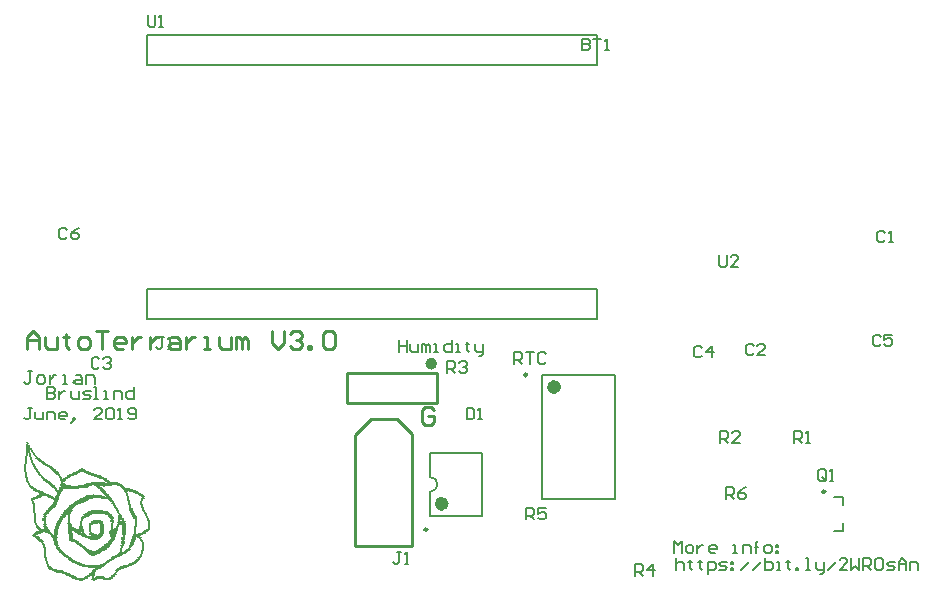
<source format=gto>
G04 Layer_Color=15132400*
%FSLAX24Y24*%
%MOIN*%
G70*
G01*
G75*
%ADD17C,0.0059*%
%ADD33C,0.0200*%
%ADD34C,0.0079*%
%ADD35C,0.0098*%
%ADD36C,0.0236*%
%ADD37C,0.0100*%
%ADD38C,0.0080*%
%ADD39R,0.0059X0.0020*%
%ADD40R,0.0079X0.0020*%
%ADD41R,0.0098X0.0020*%
%ADD42R,0.0118X0.0020*%
%ADD43R,0.0138X0.0020*%
%ADD44R,0.0138X0.0020*%
%ADD45R,0.0158X0.0020*%
%ADD46R,0.0177X0.0020*%
%ADD47R,0.0197X0.0020*%
%ADD48R,0.0059X0.0020*%
%ADD49R,0.0059X0.0020*%
%ADD50R,0.0079X0.0020*%
%ADD51R,0.0079X0.0020*%
%ADD52R,0.0079X0.0020*%
%ADD53R,0.0059X0.0020*%
%ADD54R,0.0099X0.0020*%
%ADD55R,0.0157X0.0020*%
%ADD56R,0.0157X0.0020*%
%ADD57R,0.0158X0.0020*%
%ADD58R,0.0197X0.0020*%
%ADD59R,0.0276X0.0020*%
%ADD60R,0.0118X0.0020*%
%ADD61R,0.0098X0.0020*%
%ADD62R,0.0354X0.0020*%
%ADD63R,0.0177X0.0020*%
%ADD64R,0.0217X0.0020*%
%ADD65R,0.0236X0.0020*%
%ADD66R,0.0236X0.0020*%
%ADD67R,0.0177X0.0020*%
%ADD68R,0.0118X0.0020*%
%ADD69R,0.0256X0.0020*%
%ADD70R,0.0197X0.0020*%
%ADD71R,0.0118X0.0020*%
%ADD72R,0.0099X0.0020*%
%ADD73R,0.0492X0.0020*%
%ADD74R,0.1102X0.0020*%
%ADD75R,0.1201X0.0020*%
%ADD76R,0.1299X0.0020*%
%ADD77R,0.0610X0.0020*%
%ADD78R,0.0335X0.0020*%
%ADD79R,0.0236X0.0020*%
%ADD80R,0.0472X0.0020*%
%ADD81R,0.0413X0.0020*%
%ADD82R,0.0315X0.0020*%
%ADD83R,0.0846X0.0020*%
%ADD84R,0.0925X0.0020*%
%ADD85R,0.0846X0.0020*%
%ADD86R,0.0650X0.0020*%
%ADD87R,0.0315X0.0020*%
%ADD88R,0.0354X0.0020*%
%ADD89R,0.0177X0.0020*%
%ADD90R,0.0394X0.0020*%
%ADD91R,0.0217X0.0020*%
%ADD92R,0.0138X0.0020*%
%ADD93R,0.0217X0.0020*%
%ADD94R,0.0020X0.0020*%
%ADD95R,0.0374X0.0020*%
%ADD96R,0.0551X0.0020*%
%ADD97R,0.0473X0.0020*%
%ADD98R,0.0669X0.0020*%
%ADD99R,0.0905X0.0020*%
%ADD100R,0.0965X0.0020*%
%ADD101R,0.0315X0.0020*%
%ADD102R,0.0394X0.0020*%
%ADD103R,0.0256X0.0020*%
%ADD104R,0.0354X0.0020*%
%ADD105R,0.0335X0.0020*%
%ADD106R,0.0217X0.0020*%
%ADD107R,0.0236X0.0020*%
%ADD108R,0.0433X0.0020*%
%ADD109R,0.0276X0.0020*%
%ADD110R,0.0728X0.0020*%
%ADD111R,0.0276X0.0020*%
%ADD112R,0.0807X0.0020*%
%ADD113R,0.0295X0.0020*%
%ADD114R,0.0433X0.0020*%
%ADD115R,0.0512X0.0020*%
%ADD116R,0.0492X0.0020*%
%ADD117R,0.0354X0.0020*%
%ADD118R,0.0335X0.0020*%
%ADD119R,0.0453X0.0020*%
%ADD120R,0.0591X0.0020*%
%ADD121R,0.0532X0.0020*%
%ADD122R,0.0197X0.0020*%
%ADD123R,0.0453X0.0020*%
%ADD124R,0.0295X0.0020*%
%ADD125R,0.0610X0.0020*%
%ADD126R,0.0256X0.0020*%
%ADD127R,0.0256X0.0020*%
D17*
X35531Y22539D02*
Y22933D01*
X35728D01*
X35794Y22867D01*
Y22736D01*
X35728Y22671D01*
X35531D01*
X35663D02*
X35794Y22539D01*
X36187Y22933D02*
X36056Y22867D01*
X35925Y22736D01*
Y22605D01*
X35991Y22539D01*
X36122D01*
X36187Y22605D01*
Y22671D01*
X36122Y22736D01*
X35925D01*
X37795Y24409D02*
Y24803D01*
X37992D01*
X38058Y24737D01*
Y24606D01*
X37992Y24541D01*
X37795D01*
X37926D02*
X38058Y24409D01*
X38189D02*
X38320D01*
X38254D01*
Y24803D01*
X38189Y24737D01*
X34711Y27592D02*
X34646Y27657D01*
X34514D01*
X34449Y27592D01*
Y27329D01*
X34514Y27264D01*
X34646D01*
X34711Y27329D01*
X35039Y27264D02*
Y27657D01*
X34842Y27461D01*
X35105D01*
X24606Y27854D02*
Y27461D01*
Y27657D01*
X24869D01*
Y27854D01*
Y27461D01*
X25000Y27723D02*
Y27526D01*
X25065Y27461D01*
X25262D01*
Y27723D01*
X25393Y27461D02*
Y27723D01*
X25459D01*
X25525Y27657D01*
Y27461D01*
Y27657D01*
X25590Y27723D01*
X25656Y27657D01*
Y27461D01*
X25787D02*
X25918D01*
X25853D01*
Y27723D01*
X25787D01*
X26377Y27854D02*
Y27461D01*
X26181D01*
X26115Y27526D01*
Y27657D01*
X26181Y27723D01*
X26377D01*
X26509Y27461D02*
X26640D01*
X26574D01*
Y27723D01*
X26509D01*
X26902Y27789D02*
Y27723D01*
X26837D01*
X26968D01*
X26902D01*
Y27526D01*
X26968Y27461D01*
X27165Y27723D02*
Y27526D01*
X27230Y27461D01*
X27427D01*
Y27395D01*
X27361Y27329D01*
X27296D01*
X27427Y27461D02*
Y27723D01*
X24672Y20768D02*
X24541D01*
X24606D01*
Y20440D01*
X24541Y20374D01*
X24475D01*
X24409Y20440D01*
X24803Y20374D02*
X24934D01*
X24869D01*
Y20768D01*
X24803Y20702D01*
X35276Y30687D02*
Y30359D01*
X35342Y30294D01*
X35473D01*
X35539Y30359D01*
Y30687D01*
X35932Y30294D02*
X35670D01*
X35932Y30556D01*
Y30622D01*
X35867Y30687D01*
X35735D01*
X35670Y30622D01*
X16239Y38688D02*
Y38360D01*
X16305Y38294D01*
X16436D01*
X16502Y38360D01*
Y38688D01*
X16633Y38294D02*
X16764D01*
X16699D01*
Y38688D01*
X16633Y38622D01*
X28457Y27048D02*
Y27442D01*
X28654D01*
X28719Y27376D01*
Y27245D01*
X28654Y27179D01*
X28457D01*
X28588D02*
X28719Y27048D01*
X28850Y27442D02*
X29113D01*
X28982D01*
Y27048D01*
X29506Y27376D02*
X29441Y27442D01*
X29310D01*
X29244Y27376D01*
Y27114D01*
X29310Y27048D01*
X29441D01*
X29506Y27114D01*
X28850Y21865D02*
Y22258D01*
X29047D01*
X29113Y22193D01*
Y22062D01*
X29047Y21996D01*
X28850D01*
X28982D02*
X29113Y21865D01*
X29506Y22258D02*
X29244D01*
Y22062D01*
X29375Y22127D01*
X29441D01*
X29506Y22062D01*
Y21930D01*
X29441Y21865D01*
X29310D01*
X29244Y21930D01*
X32480Y19980D02*
Y20374D01*
X32677D01*
X32743Y20308D01*
Y20177D01*
X32677Y20112D01*
X32480D01*
X32612D02*
X32743Y19980D01*
X33071D02*
Y20374D01*
X32874Y20177D01*
X33136D01*
X26229Y26744D02*
Y27137D01*
X26426D01*
X26491Y27072D01*
Y26941D01*
X26426Y26875D01*
X26229D01*
X26360D02*
X26491Y26744D01*
X26623Y27072D02*
X26688Y27137D01*
X26819D01*
X26885Y27072D01*
Y27006D01*
X26819Y26941D01*
X26754D01*
X26819D01*
X26885Y26875D01*
Y26809D01*
X26819Y26744D01*
X26688D01*
X26623Y26809D01*
X35335Y24409D02*
Y24803D01*
X35531D01*
X35597Y24737D01*
Y24606D01*
X35531Y24541D01*
X35335D01*
X35466D02*
X35597Y24409D01*
X35991D02*
X35728D01*
X35991Y24672D01*
Y24737D01*
X35925Y24803D01*
X35794D01*
X35728Y24737D01*
X38839Y23218D02*
Y23480D01*
X38773Y23546D01*
X38642D01*
X38576Y23480D01*
Y23218D01*
X38642Y23152D01*
X38773D01*
X38708Y23284D02*
X38839Y23152D01*
X38773D02*
X38839Y23218D01*
X38970Y23152D02*
X39101D01*
X39036D01*
Y23546D01*
X38970Y23480D01*
X16773Y27937D02*
X16642D01*
X16708D01*
Y27609D01*
X16642Y27543D01*
X16576D01*
X16511Y27609D01*
X16904Y27543D02*
X17036D01*
X16970D01*
Y27937D01*
X16904Y27871D01*
X26870Y25590D02*
Y25197D01*
X27067D01*
X27132Y25262D01*
Y25525D01*
X27067Y25590D01*
X26870D01*
X27264Y25197D02*
X27395D01*
X27329D01*
Y25590D01*
X27264Y25525D01*
X13550Y31529D02*
X13484Y31594D01*
X13353D01*
X13287Y31529D01*
Y31266D01*
X13353Y31201D01*
X13484D01*
X13550Y31266D01*
X13943Y31594D02*
X13812Y31529D01*
X13681Y31398D01*
Y31266D01*
X13747Y31201D01*
X13878D01*
X13943Y31266D01*
Y31332D01*
X13878Y31398D01*
X13681D01*
X40671Y27963D02*
X40605Y28028D01*
X40474D01*
X40408Y27963D01*
Y27700D01*
X40474Y27635D01*
X40605D01*
X40671Y27700D01*
X41064Y28028D02*
X40802D01*
Y27832D01*
X40933Y27897D01*
X40999D01*
X41064Y27832D01*
Y27700D01*
X40999Y27635D01*
X40868D01*
X40802Y27700D01*
X14632Y27198D02*
X14567Y27264D01*
X14436D01*
X14370Y27198D01*
Y26936D01*
X14436Y26870D01*
X14567D01*
X14632Y26936D01*
X14764Y27198D02*
X14829Y27264D01*
X14960D01*
X15026Y27198D01*
Y27132D01*
X14960Y27067D01*
X14895D01*
X14960D01*
X15026Y27001D01*
Y26936D01*
X14960Y26870D01*
X14829D01*
X14764Y26936D01*
X36437Y27659D02*
X36371Y27725D01*
X36240D01*
X36175Y27659D01*
Y27397D01*
X36240Y27331D01*
X36371D01*
X36437Y27397D01*
X36831Y27331D02*
X36568D01*
X36831Y27594D01*
Y27659D01*
X36765Y27725D01*
X36634D01*
X36568Y27659D01*
X40814Y31430D02*
X40748Y31496D01*
X40617D01*
X40551Y31430D01*
Y31168D01*
X40617Y31102D01*
X40748D01*
X40814Y31168D01*
X40945Y31102D02*
X41076D01*
X41010D01*
Y31496D01*
X40945Y31430D01*
X30709Y37894D02*
Y37500D01*
X30905D01*
X30971Y37566D01*
Y37631D01*
X30905Y37697D01*
X30709D01*
X30905D01*
X30971Y37762D01*
Y37828D01*
X30905Y37894D01*
X30709D01*
X31102D02*
X31365D01*
X31233D01*
Y37500D01*
X31496D02*
X31627D01*
X31561D01*
Y37894D01*
X31496Y37828D01*
D33*
X25794Y27060D02*
G03*
X25794Y27060I-100J0D01*
G01*
D34*
X25646Y22785D02*
G03*
X25646Y23285I0J250D01*
G01*
X27374Y21992D02*
Y24079D01*
X25646Y21992D02*
X27374D01*
X25646Y24079D02*
X27374D01*
X25646Y21992D02*
Y22785D01*
Y23285D02*
Y24079D01*
X29390Y22539D02*
Y26673D01*
X31831Y22539D02*
Y26673D01*
X29390D02*
X31831D01*
X29390Y22539D02*
X31831D01*
X39108Y22622D02*
X39429D01*
Y22362D02*
Y22622D01*
X39108Y21472D02*
X39429D01*
Y21732D01*
X33780Y20748D02*
Y21141D01*
X33911Y21010D01*
X34042Y21141D01*
Y20748D01*
X34239D02*
X34370D01*
X34435Y20814D01*
Y20945D01*
X34370Y21010D01*
X34239D01*
X34173Y20945D01*
Y20814D01*
X34239Y20748D01*
X34567Y21010D02*
Y20748D01*
Y20879D01*
X34632Y20945D01*
X34698Y21010D01*
X34763D01*
X35157Y20748D02*
X35026D01*
X34960Y20814D01*
Y20945D01*
X35026Y21010D01*
X35157D01*
X35223Y20945D01*
Y20879D01*
X34960D01*
X35747Y20748D02*
X35879D01*
X35813D01*
Y21010D01*
X35747D01*
X36075Y20748D02*
Y21010D01*
X36272D01*
X36338Y20945D01*
Y20748D01*
X36535D02*
Y21076D01*
Y20945D01*
X36469D01*
X36600D01*
X36535D01*
Y21076D01*
X36600Y21141D01*
X36863Y20748D02*
X36994D01*
X37059Y20814D01*
Y20945D01*
X36994Y21010D01*
X36863D01*
X36797Y20945D01*
Y20814D01*
X36863Y20748D01*
X37190Y21010D02*
X37256D01*
Y20945D01*
X37190D01*
Y21010D01*
Y20814D02*
X37256D01*
Y20748D01*
X37190D01*
Y20814D01*
X33858Y20571D02*
Y20177D01*
Y20374D01*
X33924Y20440D01*
X34055D01*
X34121Y20374D01*
Y20177D01*
X34317Y20505D02*
Y20440D01*
X34252D01*
X34383D01*
X34317D01*
Y20243D01*
X34383Y20177D01*
X34645Y20505D02*
Y20440D01*
X34580D01*
X34711D01*
X34645D01*
Y20243D01*
X34711Y20177D01*
X34908Y20046D02*
Y20440D01*
X35105D01*
X35170Y20374D01*
Y20243D01*
X35105Y20177D01*
X34908D01*
X35301D02*
X35498D01*
X35564Y20243D01*
X35498Y20308D01*
X35367D01*
X35301Y20374D01*
X35367Y20440D01*
X35564D01*
X35695D02*
X35761D01*
Y20374D01*
X35695D01*
Y20440D01*
Y20243D02*
X35761D01*
Y20177D01*
X35695D01*
Y20243D01*
X36023Y20177D02*
X36285Y20440D01*
X36416Y20177D02*
X36679Y20440D01*
X36810Y20571D02*
Y20177D01*
X37007D01*
X37072Y20243D01*
Y20308D01*
Y20374D01*
X37007Y20440D01*
X36810D01*
X37204Y20177D02*
X37335D01*
X37269D01*
Y20440D01*
X37204D01*
X37597Y20505D02*
Y20440D01*
X37532D01*
X37663D01*
X37597D01*
Y20243D01*
X37663Y20177D01*
X37860D02*
Y20243D01*
X37925D01*
Y20177D01*
X37860D01*
X38188D02*
X38319D01*
X38253D01*
Y20571D01*
X38188D01*
X38516Y20440D02*
Y20243D01*
X38581Y20177D01*
X38778D01*
Y20112D01*
X38712Y20046D01*
X38647D01*
X38778Y20177D02*
Y20440D01*
X38909Y20177D02*
X39172Y20440D01*
X39565Y20177D02*
X39303D01*
X39565Y20440D01*
Y20505D01*
X39499Y20571D01*
X39368D01*
X39303Y20505D01*
X39696Y20571D02*
Y20177D01*
X39827Y20308D01*
X39959Y20177D01*
Y20571D01*
X40090Y20177D02*
Y20571D01*
X40287D01*
X40352Y20505D01*
Y20374D01*
X40287Y20308D01*
X40090D01*
X40221D02*
X40352Y20177D01*
X40680Y20571D02*
X40549D01*
X40483Y20505D01*
Y20243D01*
X40549Y20177D01*
X40680D01*
X40746Y20243D01*
Y20505D01*
X40680Y20571D01*
X40877Y20177D02*
X41074D01*
X41139Y20243D01*
X41074Y20308D01*
X40943D01*
X40877Y20374D01*
X40943Y20440D01*
X41139D01*
X41271Y20177D02*
Y20440D01*
X41402Y20571D01*
X41533Y20440D01*
Y20177D01*
Y20374D01*
X41271D01*
X41664Y20177D02*
Y20440D01*
X41861D01*
X41927Y20374D01*
Y20177D01*
X12369Y25590D02*
X12237D01*
X12303D01*
Y25262D01*
X12237Y25197D01*
X12172D01*
X12106Y25262D01*
X12500Y25459D02*
Y25262D01*
X12565Y25197D01*
X12762D01*
Y25459D01*
X12893Y25197D02*
Y25459D01*
X13090D01*
X13156Y25394D01*
Y25197D01*
X13484D02*
X13353D01*
X13287Y25262D01*
Y25394D01*
X13353Y25459D01*
X13484D01*
X13549Y25394D01*
Y25328D01*
X13287D01*
X13746Y25131D02*
X13812Y25197D01*
Y25262D01*
X13746D01*
Y25197D01*
X13812D01*
X13746Y25131D01*
X13681Y25066D01*
X14730Y25197D02*
X14468D01*
X14730Y25459D01*
Y25525D01*
X14665Y25590D01*
X14533D01*
X14468Y25525D01*
X14861D02*
X14927Y25590D01*
X15058D01*
X15124Y25525D01*
Y25262D01*
X15058Y25197D01*
X14927D01*
X14861Y25262D01*
Y25525D01*
X15255Y25197D02*
X15386D01*
X15320D01*
Y25590D01*
X15255Y25525D01*
X15583Y25262D02*
X15648Y25197D01*
X15780D01*
X15845Y25262D01*
Y25525D01*
X15780Y25590D01*
X15648D01*
X15583Y25525D01*
Y25459D01*
X15648Y25394D01*
X15845D01*
X12894Y26279D02*
Y25886D01*
X13090D01*
X13156Y25951D01*
Y26017D01*
X13090Y26083D01*
X12894D01*
X13090D01*
X13156Y26148D01*
Y26214D01*
X13090Y26279D01*
X12894D01*
X13287Y26148D02*
Y25886D01*
Y26017D01*
X13353Y26083D01*
X13418Y26148D01*
X13484D01*
X13681D02*
Y25951D01*
X13746Y25886D01*
X13943D01*
Y26148D01*
X14074Y25886D02*
X14271D01*
X14337Y25951D01*
X14271Y26017D01*
X14140D01*
X14074Y26083D01*
X14140Y26148D01*
X14337D01*
X14468Y25886D02*
X14599D01*
X14534D01*
Y26279D01*
X14468D01*
X14796Y25886D02*
X14927D01*
X14862D01*
Y26148D01*
X14796D01*
X15124Y25886D02*
Y26148D01*
X15321D01*
X15386Y26083D01*
Y25886D01*
X15780Y26279D02*
Y25886D01*
X15583D01*
X15518Y25951D01*
Y26083D01*
X15583Y26148D01*
X15780D01*
X12395Y26811D02*
X12251D01*
X12323D01*
Y26450D01*
X12251Y26378D01*
X12178D01*
X12106Y26450D01*
X12611Y26378D02*
X12756D01*
X12828Y26450D01*
Y26594D01*
X12756Y26667D01*
X12611D01*
X12539Y26594D01*
Y26450D01*
X12611Y26378D01*
X12972Y26667D02*
Y26378D01*
Y26522D01*
X13044Y26594D01*
X13116Y26667D01*
X13189D01*
X13405Y26378D02*
X13549D01*
X13477D01*
Y26667D01*
X13405D01*
X13838D02*
X13982D01*
X14054Y26594D01*
Y26378D01*
X13838D01*
X13766Y26450D01*
X13838Y26522D01*
X14054D01*
X14199Y26378D02*
Y26667D01*
X14415D01*
X14487Y26594D01*
Y26378D01*
D35*
X25561Y21535D02*
G03*
X25561Y21535I-49J0D01*
G01*
X28888Y26691D02*
G03*
X28888Y26691I-49J0D01*
G01*
X38829Y22795D02*
G03*
X38829Y22795I-49J0D01*
G01*
X25894Y25760D02*
Y26760D01*
X22894D02*
X25894D01*
X22894Y25760D02*
Y26760D01*
Y25760D02*
X25894D01*
D36*
X26157Y22386D02*
G03*
X26157Y22386I-118J0D01*
G01*
X29902Y26280D02*
G03*
X29902Y26280I-118J0D01*
G01*
D37*
X23694Y25215D02*
X24544D01*
X23644Y25165D02*
X23694Y25215D01*
X23144Y24665D02*
X23644Y25165D01*
X23144Y22215D02*
Y24665D01*
X24544Y25215D02*
X25044Y24715D01*
Y24165D02*
Y24715D01*
X23144Y20965D02*
X24094D01*
X23144D02*
Y22215D01*
X25044Y20965D02*
Y24165D01*
X24144Y20965D02*
X25044D01*
Y22165D02*
Y22315D01*
X24094Y20965D02*
X24144D01*
X25794Y25500D02*
X25694Y25600D01*
X25494D01*
X25394Y25500D01*
Y25100D01*
X25494Y25000D01*
X25694D01*
X25794Y25100D01*
Y25300D01*
X25594D01*
X12205Y27559D02*
Y27959D01*
X12405Y28159D01*
X12605Y27959D01*
Y27559D01*
Y27859D01*
X12205D01*
X12805Y27959D02*
Y27659D01*
X12904Y27559D01*
X13204D01*
Y27959D01*
X13504Y28059D02*
Y27959D01*
X13404D01*
X13604D01*
X13504D01*
Y27659D01*
X13604Y27559D01*
X14004D02*
X14204D01*
X14304Y27659D01*
Y27859D01*
X14204Y27959D01*
X14004D01*
X13904Y27859D01*
Y27659D01*
X14004Y27559D01*
X14504Y28159D02*
X14904D01*
X14704D01*
Y27559D01*
X15404D02*
X15204D01*
X15104Y27659D01*
Y27859D01*
X15204Y27959D01*
X15404D01*
X15504Y27859D01*
Y27759D01*
X15104D01*
X15704Y27959D02*
Y27559D01*
Y27759D01*
X15804Y27859D01*
X15904Y27959D01*
X16004D01*
X16303D02*
Y27559D01*
Y27759D01*
X16403Y27859D01*
X16503Y27959D01*
X16603D01*
X17003D02*
X17203D01*
X17303Y27859D01*
Y27559D01*
X17003D01*
X16903Y27659D01*
X17003Y27759D01*
X17303D01*
X17503Y27959D02*
Y27559D01*
Y27759D01*
X17603Y27859D01*
X17703Y27959D01*
X17803D01*
X18103Y27559D02*
X18303D01*
X18203D01*
Y27959D01*
X18103D01*
X18603D02*
Y27659D01*
X18703Y27559D01*
X19003D01*
Y27959D01*
X19202Y27559D02*
Y27959D01*
X19302D01*
X19402Y27859D01*
Y27559D01*
Y27859D01*
X19502Y27959D01*
X19602Y27859D01*
Y27559D01*
X20402Y28159D02*
Y27759D01*
X20602Y27559D01*
X20802Y27759D01*
Y28159D01*
X21002Y28059D02*
X21102Y28159D01*
X21302D01*
X21402Y28059D01*
Y27959D01*
X21302Y27859D01*
X21202D01*
X21302D01*
X21402Y27759D01*
Y27659D01*
X21302Y27559D01*
X21102D01*
X21002Y27659D01*
X21602Y27559D02*
Y27659D01*
X21702D01*
Y27559D01*
X21602D01*
X22102Y28059D02*
X22201Y28159D01*
X22401D01*
X22501Y28059D01*
Y27659D01*
X22401Y27559D01*
X22201D01*
X22102Y27659D01*
Y28059D01*
D38*
X16220Y28535D02*
Y29535D01*
X31220D01*
Y28535D02*
Y29535D01*
X16220Y28535D02*
X31220D01*
X16220Y37000D02*
Y38000D01*
X31220D01*
Y37000D02*
Y38000D01*
X16220Y37000D02*
X31220D01*
D39*
X12234Y24404D02*
D03*
X14459Y19797D02*
D03*
D40*
X12244Y24384D02*
D03*
Y24364D02*
D03*
X12421Y24069D02*
D03*
X12303Y24049D02*
D03*
Y24030D02*
D03*
X12500Y23971D02*
D03*
X12362Y23852D02*
D03*
Y23833D02*
D03*
X12382Y23813D02*
D03*
Y23793D02*
D03*
Y23774D02*
D03*
X12402Y23734D02*
D03*
X12421Y23715D02*
D03*
Y23695D02*
D03*
X12165D02*
D03*
Y23675D02*
D03*
Y23656D02*
D03*
Y23636D02*
D03*
Y23597D02*
D03*
Y23577D02*
D03*
X12500Y23557D02*
D03*
X12165D02*
D03*
Y23537D02*
D03*
X12520Y23518D02*
D03*
X12165D02*
D03*
X12539Y23498D02*
D03*
X12165D02*
D03*
X12559Y23459D02*
D03*
X12165D02*
D03*
Y23439D02*
D03*
X12244Y23104D02*
D03*
X12264Y23065D02*
D03*
X15591Y22534D02*
D03*
X12421Y22415D02*
D03*
X16063Y22258D02*
D03*
X16083Y22199D02*
D03*
X16122Y22120D02*
D03*
X16220Y21923D02*
D03*
X13622D02*
D03*
X16240Y21884D02*
D03*
X15846Y21845D02*
D03*
X15295Y21825D02*
D03*
Y21805D02*
D03*
X15846Y21785D02*
D03*
X12500D02*
D03*
X15846Y21746D02*
D03*
X12500D02*
D03*
X15846Y21726D02*
D03*
X15059D02*
D03*
X15846Y21707D02*
D03*
X15059D02*
D03*
X15846Y21687D02*
D03*
X15059D02*
D03*
X12520D02*
D03*
X15846Y21667D02*
D03*
X15059D02*
D03*
Y21628D02*
D03*
X15827Y21608D02*
D03*
Y21589D02*
D03*
Y21569D02*
D03*
X15039D02*
D03*
X15827Y21549D02*
D03*
X15039D02*
D03*
X15827Y21530D02*
D03*
X15039D02*
D03*
X15827Y21490D02*
D03*
X15039D02*
D03*
X15827Y21471D02*
D03*
Y21451D02*
D03*
Y21431D02*
D03*
X14075D02*
D03*
X15827Y21411D02*
D03*
Y21392D02*
D03*
X16063Y21097D02*
D03*
X16083Y21057D02*
D03*
Y21037D02*
D03*
X12756D02*
D03*
X16083Y21018D02*
D03*
Y20998D02*
D03*
X12776D02*
D03*
X16083Y20959D02*
D03*
Y20939D02*
D03*
X12795D02*
D03*
X16083Y20919D02*
D03*
X12795D02*
D03*
X16083Y20900D02*
D03*
Y20880D02*
D03*
X12815D02*
D03*
X16083Y20841D02*
D03*
X12815D02*
D03*
Y20821D02*
D03*
X16063Y20801D02*
D03*
X12815D02*
D03*
X16063Y20782D02*
D03*
Y20762D02*
D03*
X12894Y20368D02*
D03*
X15177Y20073D02*
D03*
X14409Y19974D02*
D03*
Y19955D02*
D03*
Y19915D02*
D03*
Y19896D02*
D03*
D41*
X12234Y24345D02*
D03*
X12510Y23951D02*
D03*
X12529Y23931D02*
D03*
X12549Y23911D02*
D03*
X12175Y23715D02*
D03*
X12510Y23537D02*
D03*
X12569Y23439D02*
D03*
X12175Y23419D02*
D03*
X12648Y23341D02*
D03*
X13277Y23321D02*
D03*
X12667D02*
D03*
X13297Y23301D02*
D03*
X12687D02*
D03*
X13317Y23282D02*
D03*
X12707D02*
D03*
X13317Y23262D02*
D03*
X13337Y23242D02*
D03*
X12746D02*
D03*
X13356Y23203D02*
D03*
X12785D02*
D03*
X12234Y23144D02*
D03*
Y23124D02*
D03*
X12274Y23045D02*
D03*
X12293Y23026D02*
D03*
Y23006D02*
D03*
X12313Y22986D02*
D03*
X15423Y22908D02*
D03*
X15443Y22888D02*
D03*
X13159D02*
D03*
X13179Y22868D02*
D03*
X13199Y22848D02*
D03*
X15522Y22770D02*
D03*
Y22750D02*
D03*
X15541Y22730D02*
D03*
Y22711D02*
D03*
X13277D02*
D03*
X15561Y22671D02*
D03*
Y22652D02*
D03*
Y22632D02*
D03*
X15581Y22612D02*
D03*
X16092Y22593D02*
D03*
X15581D02*
D03*
X16092Y22573D02*
D03*
X15581D02*
D03*
X16073Y22534D02*
D03*
X16053Y22514D02*
D03*
X15600D02*
D03*
Y22494D02*
D03*
X12392D02*
D03*
X15029Y22474D02*
D03*
X12392D02*
D03*
X15049Y22455D02*
D03*
X12411D02*
D03*
X15069Y22415D02*
D03*
X12431Y22396D02*
D03*
X15128Y22337D02*
D03*
Y22317D02*
D03*
X16053Y22278D02*
D03*
X15167D02*
D03*
X15659Y22258D02*
D03*
X15167D02*
D03*
X16073Y22238D02*
D03*
X15659D02*
D03*
X15187D02*
D03*
X16073Y22219D02*
D03*
X15659D02*
D03*
X15187D02*
D03*
X15207Y22199D02*
D03*
X16092Y22179D02*
D03*
X16112Y22140D02*
D03*
X15246D02*
D03*
Y22120D02*
D03*
X16132Y22100D02*
D03*
X15266D02*
D03*
Y22081D02*
D03*
X15285Y22061D02*
D03*
X16171Y22022D02*
D03*
X15305D02*
D03*
X13632D02*
D03*
X16191Y22002D02*
D03*
X15305D02*
D03*
X13632D02*
D03*
X16191Y21982D02*
D03*
X13632D02*
D03*
X12825D02*
D03*
X16211Y21963D02*
D03*
X13632D02*
D03*
X16211Y21943D02*
D03*
X13632D02*
D03*
X12805Y21923D02*
D03*
X14085Y21884D02*
D03*
X13612D02*
D03*
X12805D02*
D03*
X16250Y21864D02*
D03*
X15837D02*
D03*
X14065D02*
D03*
X13612D02*
D03*
X15049Y21845D02*
D03*
X13612D02*
D03*
X15856Y21825D02*
D03*
X15403D02*
D03*
X13612D02*
D03*
X15856Y21805D02*
D03*
X15423D02*
D03*
X13612D02*
D03*
X12490D02*
D03*
X13612Y21785D02*
D03*
X12805D02*
D03*
X15069Y21746D02*
D03*
X14026D02*
D03*
X13612D02*
D03*
X12805D02*
D03*
X14026Y21726D02*
D03*
X12805D02*
D03*
X12510D02*
D03*
X14026Y21707D02*
D03*
X13632D02*
D03*
X12805D02*
D03*
X12510D02*
D03*
X14026Y21687D02*
D03*
X13632D02*
D03*
X15266Y21667D02*
D03*
X14340D02*
D03*
X14026D02*
D03*
X12529D02*
D03*
X15837Y21628D02*
D03*
X15246D02*
D03*
X14026D02*
D03*
X12549D02*
D03*
X15049Y21608D02*
D03*
X12569D02*
D03*
X15049Y21589D02*
D03*
X15207Y21569D02*
D03*
X16250Y21530D02*
D03*
X13179Y21431D02*
D03*
X14340Y21411D02*
D03*
X14085D02*
D03*
X13022Y21352D02*
D03*
X15443Y21333D02*
D03*
X13041D02*
D03*
X15443Y21313D02*
D03*
Y21293D02*
D03*
Y21274D02*
D03*
X15994Y21215D02*
D03*
X15423Y21156D02*
D03*
X16053Y21136D02*
D03*
X15423D02*
D03*
X16073Y21077D02*
D03*
X13179Y21057D02*
D03*
X12746D02*
D03*
X15403Y21037D02*
D03*
Y21018D02*
D03*
X12766D02*
D03*
X15699Y20998D02*
D03*
X15403D02*
D03*
X13199D02*
D03*
X15679Y20959D02*
D03*
X15384D02*
D03*
X13218D02*
D03*
X12785D02*
D03*
X15659Y20939D02*
D03*
X15384D02*
D03*
X13218D02*
D03*
X15659Y20919D02*
D03*
X15384D02*
D03*
X13238D02*
D03*
X15384Y20900D02*
D03*
X12805D02*
D03*
X13297Y20841D02*
D03*
X16073Y20821D02*
D03*
X13317D02*
D03*
X12825Y20782D02*
D03*
X16053Y20742D02*
D03*
X15994Y20604D02*
D03*
X15955Y20545D02*
D03*
X15935Y20526D02*
D03*
X12884Y20408D02*
D03*
Y20388D02*
D03*
X12903Y20348D02*
D03*
X12923Y20309D02*
D03*
X12943Y20289D02*
D03*
X15207Y20112D02*
D03*
X15187Y20093D02*
D03*
X15148Y20034D02*
D03*
X15128Y19994D02*
D03*
X14459Y19817D02*
D03*
D42*
X12244Y24325D02*
D03*
Y24305D02*
D03*
X12559Y23892D02*
D03*
X12657Y23813D02*
D03*
X14055Y23518D02*
D03*
X13091D02*
D03*
X13110Y23498D02*
D03*
X13150Y23459D02*
D03*
X13169Y23439D02*
D03*
X13189Y23419D02*
D03*
X13209Y23400D02*
D03*
X13228Y23380D02*
D03*
X13268Y23341D02*
D03*
X12815Y23183D02*
D03*
X12835Y23163D02*
D03*
X13405Y23124D02*
D03*
X12874D02*
D03*
X12913Y23104D02*
D03*
X12953Y23065D02*
D03*
X13405Y23045D02*
D03*
X12972D02*
D03*
X13031Y23006D02*
D03*
X13051Y22986D02*
D03*
X13071Y22967D02*
D03*
X15413Y22927D02*
D03*
X13110D02*
D03*
X14665Y22888D02*
D03*
X14685Y22868D02*
D03*
X15512Y22789D02*
D03*
X14764D02*
D03*
X14783Y22770D02*
D03*
X13287Y22750D02*
D03*
Y22730D02*
D03*
X16063Y22632D02*
D03*
X13248D02*
D03*
X16083Y22612D02*
D03*
X13228D02*
D03*
Y22593D02*
D03*
X15000Y22514D02*
D03*
X15020Y22494D02*
D03*
X13169Y22455D02*
D03*
X15669Y22199D02*
D03*
X15689Y22179D02*
D03*
X12874Y22061D02*
D03*
X12835Y22002D02*
D03*
X15315Y21982D02*
D03*
Y21963D02*
D03*
X12815D02*
D03*
Y21943D02*
D03*
X15827Y21884D02*
D03*
X15039D02*
D03*
Y21864D02*
D03*
X12795D02*
D03*
Y21845D02*
D03*
X15059Y21825D02*
D03*
X12795D02*
D03*
X15059Y21805D02*
D03*
X12795D02*
D03*
X15059Y21785D02*
D03*
X13622Y21726D02*
D03*
X15276Y21687D02*
D03*
X14350D02*
D03*
X12815D02*
D03*
X13642Y21667D02*
D03*
X13248D02*
D03*
X12815D02*
D03*
X14724Y21628D02*
D03*
X13228D02*
D03*
X12835D02*
D03*
X14724Y21608D02*
D03*
X14035D02*
D03*
X13228D02*
D03*
X12835D02*
D03*
X14724Y21589D02*
D03*
X14035D02*
D03*
X13209D02*
D03*
X12579D02*
D03*
X14724Y21569D02*
D03*
X14035D02*
D03*
X13209D02*
D03*
X15197Y21549D02*
D03*
X14724D02*
D03*
X14035D02*
D03*
X13209D02*
D03*
X12618D02*
D03*
X15177Y21530D02*
D03*
X14724D02*
D03*
X13189D02*
D03*
X16220Y21490D02*
D03*
X14724D02*
D03*
X13189D02*
D03*
X16201Y21471D02*
D03*
X14724D02*
D03*
X13661D02*
D03*
X13189D02*
D03*
X15453Y21451D02*
D03*
X14724D02*
D03*
X13661D02*
D03*
X13189D02*
D03*
X15453Y21431D02*
D03*
X13661D02*
D03*
X15453Y21411D02*
D03*
X13661D02*
D03*
X13169D02*
D03*
X15453Y21392D02*
D03*
X14350D02*
D03*
X13661D02*
D03*
X13169D02*
D03*
X15453Y21352D02*
D03*
X13169D02*
D03*
Y21333D02*
D03*
X12480D02*
D03*
X15984Y21234D02*
D03*
X15433D02*
D03*
Y21215D02*
D03*
X15079D02*
D03*
X15433Y21195D02*
D03*
X15079D02*
D03*
X12618D02*
D03*
X15433Y21175D02*
D03*
X15059D02*
D03*
X12638D02*
D03*
X15039Y21156D02*
D03*
X12657D02*
D03*
X12677Y21136D02*
D03*
X15413Y21097D02*
D03*
X13169D02*
D03*
X12717D02*
D03*
X15728Y21077D02*
D03*
X15413D02*
D03*
X13169D02*
D03*
X15728Y21057D02*
D03*
X15413D02*
D03*
X15709Y21037D02*
D03*
X13189D02*
D03*
X15709Y21018D02*
D03*
X13189D02*
D03*
X13248Y20900D02*
D03*
X13268Y20880D02*
D03*
X15591Y20841D02*
D03*
X15571Y20821D02*
D03*
X13327Y20801D02*
D03*
X13346Y20782D02*
D03*
X13366Y20762D02*
D03*
X13484Y20663D02*
D03*
X13504Y20644D02*
D03*
X15965Y20565D02*
D03*
X15905Y20506D02*
D03*
X12953Y20270D02*
D03*
X12972Y20250D02*
D03*
X15256Y20171D02*
D03*
X14488D02*
D03*
X14468Y20152D02*
D03*
X15217Y20132D02*
D03*
X14449D02*
D03*
X15138Y20014D02*
D03*
X15079Y19955D02*
D03*
D43*
X12254Y24285D02*
D03*
X12608Y23852D02*
D03*
X12628Y23833D02*
D03*
X12687Y23793D02*
D03*
X12707Y23774D02*
D03*
X12923Y23636D02*
D03*
X12982Y23597D02*
D03*
X13041Y23557D02*
D03*
X13061Y23537D02*
D03*
X13494Y23203D02*
D03*
X14872Y23144D02*
D03*
X14931Y23104D02*
D03*
X13415Y23026D02*
D03*
X15364Y22967D02*
D03*
X14616Y22927D02*
D03*
X12372D02*
D03*
X14636Y22908D02*
D03*
X12392D02*
D03*
X12451Y22868D02*
D03*
X14714Y22848D02*
D03*
X14754Y22809D02*
D03*
X14793Y22750D02*
D03*
X14813Y22730D02*
D03*
X16014Y22671D02*
D03*
X14872D02*
D03*
X16033Y22652D02*
D03*
X14892Y22632D02*
D03*
X14911Y22612D02*
D03*
X13218Y22573D02*
D03*
X13179Y22474D02*
D03*
X13159Y22415D02*
D03*
Y22396D02*
D03*
X13140Y22376D02*
D03*
Y22356D02*
D03*
X15699Y22140D02*
D03*
X12923Y22120D02*
D03*
X15718Y22100D02*
D03*
X12903D02*
D03*
X12884Y22081D02*
D03*
X15797Y21963D02*
D03*
X15325Y21943D02*
D03*
X15010D02*
D03*
X15817Y21923D02*
D03*
X15325D02*
D03*
X15029D02*
D03*
X14124D02*
D03*
X14596Y21825D02*
D03*
X13317Y21805D02*
D03*
X13277Y21746D02*
D03*
Y21726D02*
D03*
X14695Y21707D02*
D03*
X14714Y21687D02*
D03*
Y21667D02*
D03*
X15463Y21628D02*
D03*
Y21608D02*
D03*
Y21589D02*
D03*
X12844D02*
D03*
X15463Y21569D02*
D03*
X12844D02*
D03*
X15463Y21549D02*
D03*
X12844D02*
D03*
X15463Y21530D02*
D03*
X12864D02*
D03*
X15463Y21490D02*
D03*
X15167D02*
D03*
X15463Y21471D02*
D03*
X16171Y21451D02*
D03*
X14714Y21431D02*
D03*
X14675Y21352D02*
D03*
X13671D02*
D03*
X12510D02*
D03*
X13671Y21333D02*
D03*
Y21313D02*
D03*
Y21293D02*
D03*
X15777Y21234D02*
D03*
X12569D02*
D03*
X15777Y21215D02*
D03*
X12589D02*
D03*
X15777Y21195D02*
D03*
X13159Y21175D02*
D03*
Y21156D02*
D03*
X15029Y21136D02*
D03*
X13159D02*
D03*
X15738Y21097D02*
D03*
X13947Y21037D02*
D03*
X13966Y21018D02*
D03*
X14085Y20939D02*
D03*
X14104Y20919D02*
D03*
X14124Y20900D02*
D03*
X14163Y20880D02*
D03*
X15541Y20801D02*
D03*
X15522Y20782D02*
D03*
X13435Y20703D02*
D03*
X13455Y20683D02*
D03*
X14419Y20663D02*
D03*
X13533Y20624D02*
D03*
X13553Y20604D02*
D03*
X13612Y20565D02*
D03*
X15069Y20545D02*
D03*
X15010Y20506D02*
D03*
X15896Y20486D02*
D03*
X15876Y20467D02*
D03*
X14951D02*
D03*
X15817Y20427D02*
D03*
X14892D02*
D03*
X14872Y20408D02*
D03*
X13002Y20230D02*
D03*
X13022Y20211D02*
D03*
X14419Y20093D02*
D03*
X14281Y19974D02*
D03*
X14636Y19955D02*
D03*
X14262D02*
D03*
X15029Y19915D02*
D03*
X14459Y19837D02*
D03*
X14006Y19817D02*
D03*
D44*
X12254Y24266D02*
D03*
Y24148D02*
D03*
X12589Y23872D02*
D03*
X14951Y23085D02*
D03*
X15384Y22947D02*
D03*
X14596D02*
D03*
X14734Y22829D02*
D03*
X13356D02*
D03*
X14852Y22691D02*
D03*
X13297Y21766D02*
D03*
X14714Y21648D02*
D03*
X13238D02*
D03*
X15463Y21510D02*
D03*
X15167D02*
D03*
X14695Y21372D02*
D03*
X13671D02*
D03*
X13002D02*
D03*
X12529D02*
D03*
X15738Y21116D02*
D03*
X15010D02*
D03*
X14026Y20978D02*
D03*
X13415Y20722D02*
D03*
X15837Y20447D02*
D03*
X15069Y19935D02*
D03*
X14222D02*
D03*
D45*
X12264Y24246D02*
D03*
Y24226D02*
D03*
X12244Y24128D02*
D03*
Y24108D02*
D03*
Y24089D02*
D03*
Y24069D02*
D03*
X12756Y23734D02*
D03*
X12795Y23715D02*
D03*
X12835Y23695D02*
D03*
X12894Y23656D02*
D03*
X13012Y23577D02*
D03*
X13622Y23282D02*
D03*
X13583Y23262D02*
D03*
X13563Y23242D02*
D03*
X14803Y23183D02*
D03*
X13405Y23144D02*
D03*
X14902Y23124D02*
D03*
X12421Y22888D02*
D03*
X13366Y22848D02*
D03*
X12480D02*
D03*
X13287Y22770D02*
D03*
X15945Y22711D02*
D03*
X14882Y22652D02*
D03*
X13051Y22573D02*
D03*
X12421Y22514D02*
D03*
X13169Y22494D02*
D03*
X13110Y22317D02*
D03*
X13012Y22219D02*
D03*
X12972Y22179D02*
D03*
X12933Y22140D02*
D03*
X15709Y22120D02*
D03*
X15728Y22081D02*
D03*
X15787Y21982D02*
D03*
X14980D02*
D03*
X13445D02*
D03*
X15000Y21963D02*
D03*
X15807Y21943D02*
D03*
X13405Y21923D02*
D03*
X15335Y21884D02*
D03*
X13366D02*
D03*
Y21864D02*
D03*
X13346Y21845D02*
D03*
X13327Y21825D02*
D03*
X13307Y21785D02*
D03*
X14685Y21726D02*
D03*
X15433Y21687D02*
D03*
X15453Y21667D02*
D03*
X12657Y21530D02*
D03*
X16122Y21411D02*
D03*
X12972Y21392D02*
D03*
X14665Y21333D02*
D03*
X12480Y21293D02*
D03*
X15079Y21274D02*
D03*
X13681D02*
D03*
Y21234D02*
D03*
X13701Y21215D02*
D03*
X13150D02*
D03*
Y21195D02*
D03*
X15000Y21097D02*
D03*
X14980Y21077D02*
D03*
X13878D02*
D03*
X13996Y20998D02*
D03*
X14213Y20841D02*
D03*
X15039Y20526D02*
D03*
X13701Y20506D02*
D03*
X14980Y20486D02*
D03*
X13760Y20467D02*
D03*
X15787Y20408D02*
D03*
X14803Y20368D02*
D03*
X15295Y20211D02*
D03*
X14547D02*
D03*
X14409Y20073D02*
D03*
X14193Y19915D02*
D03*
D46*
X12274Y24207D02*
D03*
Y24187D02*
D03*
X13730Y23341D02*
D03*
X13691Y23321D02*
D03*
X14774Y23203D02*
D03*
X13415Y23163D02*
D03*
X13435Y23006D02*
D03*
X15325Y22986D02*
D03*
X12549Y22809D02*
D03*
X15915Y22730D02*
D03*
X13022Y22593D02*
D03*
X13711Y22278D02*
D03*
X13081D02*
D03*
X13691Y22258D02*
D03*
X13061D02*
D03*
X13041Y22238D02*
D03*
X13474Y22022D02*
D03*
X13455Y22002D02*
D03*
X13435Y21963D02*
D03*
X14144Y21943D02*
D03*
X13415D02*
D03*
X14380Y21707D02*
D03*
X13888Y21431D02*
D03*
X12569Y21392D02*
D03*
X14400Y21352D02*
D03*
X12510Y21274D02*
D03*
X13711Y21195D02*
D03*
X13848Y21097D02*
D03*
X14931Y21018D02*
D03*
X15167Y20604D02*
D03*
X13730Y20486D02*
D03*
X13829Y20427D02*
D03*
X15718Y20368D02*
D03*
X14380Y20034D02*
D03*
X13592Y20014D02*
D03*
X13711Y19955D02*
D03*
X14892Y19837D02*
D03*
D47*
X12283Y24167D02*
D03*
X14213Y23419D02*
D03*
X13858Y23400D02*
D03*
X13819Y23380D02*
D03*
X12638Y22770D02*
D03*
X12677Y22750D02*
D03*
X13169Y22514D02*
D03*
X16083Y21392D02*
D03*
X13720Y21175D02*
D03*
X14902Y20998D02*
D03*
X14252Y20821D02*
D03*
X13878Y20408D02*
D03*
X15669Y20348D02*
D03*
X14764D02*
D03*
X14370Y20014D02*
D03*
D48*
X12372Y24148D02*
D03*
D49*
Y24128D02*
D03*
X12392Y24108D02*
D03*
X12411Y24089D02*
D03*
D50*
X12441Y24049D02*
D03*
X12205D02*
D03*
X12461Y24030D02*
D03*
X12205D02*
D03*
X12480Y23990D02*
D03*
X12205D02*
D03*
X12323Y23971D02*
D03*
X12205D02*
D03*
X12323Y23951D02*
D03*
Y23931D02*
D03*
X12342Y23911D02*
D03*
X12185D02*
D03*
X12342Y23892D02*
D03*
X12185D02*
D03*
Y23852D02*
D03*
Y23833D02*
D03*
Y23813D02*
D03*
Y23793D02*
D03*
Y23774D02*
D03*
Y23734D02*
D03*
X12441Y23675D02*
D03*
Y23656D02*
D03*
X12461Y23636D02*
D03*
X12480Y23597D02*
D03*
Y23577D02*
D03*
X12185Y23400D02*
D03*
X12618Y23380D02*
D03*
X12185D02*
D03*
Y23341D02*
D03*
Y23321D02*
D03*
Y23301D02*
D03*
X12205Y23242D02*
D03*
X12224Y23163D02*
D03*
X16043Y22494D02*
D03*
Y22474D02*
D03*
X15610D02*
D03*
Y22455D02*
D03*
X16024Y22415D02*
D03*
Y22396D02*
D03*
Y22376D02*
D03*
X15630D02*
D03*
X12441D02*
D03*
X15630Y22356D02*
D03*
X12441D02*
D03*
X16043Y22337D02*
D03*
X12441D02*
D03*
X16043Y22317D02*
D03*
X12441D02*
D03*
X15650Y22278D02*
D03*
X12461D02*
D03*
Y22258D02*
D03*
Y22238D02*
D03*
Y22219D02*
D03*
Y22199D02*
D03*
X15216Y22179D02*
D03*
X12461D02*
D03*
Y22140D02*
D03*
Y22120D02*
D03*
Y22100D02*
D03*
Y22081D02*
D03*
X12480Y22002D02*
D03*
Y21982D02*
D03*
Y21963D02*
D03*
Y21943D02*
D03*
Y21923D02*
D03*
Y21884D02*
D03*
Y21864D02*
D03*
X16260Y21845D02*
D03*
X14055D02*
D03*
X12480D02*
D03*
X16260Y21825D02*
D03*
X12480D02*
D03*
X16279Y21785D02*
D03*
X14035D02*
D03*
X16279Y21746D02*
D03*
X16299Y21707D02*
D03*
Y21687D02*
D03*
Y21667D02*
D03*
Y21628D02*
D03*
X16279Y21608D02*
D03*
X14311D02*
D03*
X16279Y21589D02*
D03*
X14311D02*
D03*
Y21569D02*
D03*
Y21549D02*
D03*
Y21530D02*
D03*
X14331Y21431D02*
D03*
X15354Y20821D02*
D03*
X15335Y20762D02*
D03*
X12835D02*
D03*
Y20742D02*
D03*
X16043Y20703D02*
D03*
X12835D02*
D03*
Y20683D02*
D03*
X16024Y20663D02*
D03*
X12835D02*
D03*
Y20644D02*
D03*
X16004Y20624D02*
D03*
X12835D02*
D03*
Y20604D02*
D03*
X12854Y20545D02*
D03*
Y20526D02*
D03*
Y20506D02*
D03*
Y20486D02*
D03*
X12874Y20427D02*
D03*
D51*
X12461Y24010D02*
D03*
X12205D02*
D03*
X12342Y23872D02*
D03*
X12185D02*
D03*
Y23754D02*
D03*
X12461Y23616D02*
D03*
X12185Y23360D02*
D03*
X12205Y23222D02*
D03*
X16024Y22435D02*
D03*
X15610D02*
D03*
X16043Y22297D02*
D03*
X12461Y22159D02*
D03*
X12480Y21904D02*
D03*
X16279Y21766D02*
D03*
X14035D02*
D03*
X16299Y21648D02*
D03*
X14311Y21510D02*
D03*
X12835Y20722D02*
D03*
Y20585D02*
D03*
X12874Y20447D02*
D03*
D52*
X12303Y24010D02*
D03*
X12402Y23754D02*
D03*
X12165Y23616D02*
D03*
Y23478D02*
D03*
X13346Y23222D02*
D03*
X15591Y22553D02*
D03*
X16102Y22159D02*
D03*
X15846Y21766D02*
D03*
X12500D02*
D03*
X15059Y21648D02*
D03*
X12539D02*
D03*
X15827Y21510D02*
D03*
X15039D02*
D03*
X16063Y21116D02*
D03*
X16083Y20978D02*
D03*
Y20860D02*
D03*
X12815D02*
D03*
X14409Y19935D02*
D03*
D53*
X12313Y23990D02*
D03*
X14065Y23537D02*
D03*
D54*
X12195Y23951D02*
D03*
Y23931D02*
D03*
X12589Y23419D02*
D03*
X12608Y23400D02*
D03*
X12195Y23282D02*
D03*
X12726Y23262D02*
D03*
X12195D02*
D03*
X12215Y23203D02*
D03*
Y23183D02*
D03*
X13396Y23104D02*
D03*
Y23065D02*
D03*
X13002Y23026D02*
D03*
X12333Y22967D02*
D03*
X13258Y22671D02*
D03*
Y22652D02*
D03*
X16033Y22455D02*
D03*
X15620Y22415D02*
D03*
Y22396D02*
D03*
X15089D02*
D03*
X16033Y22356D02*
D03*
X15108D02*
D03*
X15640Y22337D02*
D03*
Y22317D02*
D03*
X16152Y22081D02*
D03*
Y22061D02*
D03*
X12470D02*
D03*
X12844Y22022D02*
D03*
X12470D02*
D03*
X14045Y21825D02*
D03*
X16270Y21805D02*
D03*
X14045D02*
D03*
X16289Y21726D02*
D03*
X14321Y21628D02*
D03*
X15226Y21608D02*
D03*
Y21589D02*
D03*
X16270Y21569D02*
D03*
Y21549D02*
D03*
X14321Y21490D02*
D03*
Y21471D02*
D03*
Y21451D02*
D03*
X16014Y21195D02*
D03*
X16033Y21175D02*
D03*
Y21156D02*
D03*
X12726Y21077D02*
D03*
X15640Y20900D02*
D03*
X15620Y20880D02*
D03*
X15364D02*
D03*
Y20841D02*
D03*
X15344Y20801D02*
D03*
Y20782D02*
D03*
X16033Y20683D02*
D03*
X16014Y20644D02*
D03*
X12844Y20565D02*
D03*
X12864Y20467D02*
D03*
X15226Y20152D02*
D03*
D55*
X12736Y23754D02*
D03*
X13524Y23222D02*
D03*
X15748Y22041D02*
D03*
X13386Y21904D02*
D03*
D56*
X12854Y23675D02*
D03*
X14842Y23163D02*
D03*
X13130Y22337D02*
D03*
X12992Y22199D02*
D03*
X15748Y22061D02*
D03*
X15768Y22022D02*
D03*
Y22002D02*
D03*
X13661Y21608D02*
D03*
X14961Y21057D02*
D03*
X13917D02*
D03*
X15492Y20762D02*
D03*
X15098Y20565D02*
D03*
X13642Y20545D02*
D03*
X13661Y20526D02*
D03*
D57*
X12953Y23616D02*
D03*
X15984Y22691D02*
D03*
X13091Y22297D02*
D03*
X12953Y22159D02*
D03*
X15335Y21904D02*
D03*
X15453Y21648D02*
D03*
X15787Y21254D02*
D03*
X13681D02*
D03*
X12539D02*
D03*
X14193Y20860D02*
D03*
X15138Y20585D02*
D03*
X13583D02*
D03*
X14921Y20447D02*
D03*
D58*
X14055Y23498D02*
D03*
X13937Y23439D02*
D03*
X13898Y23419D02*
D03*
X14685Y23242D02*
D03*
X13405Y22868D02*
D03*
X13287Y22789D02*
D03*
X15866Y22750D02*
D03*
X12618Y22612D02*
D03*
X12441Y22534D02*
D03*
X13779Y22337D02*
D03*
X13760Y22317D02*
D03*
X13661Y22219D02*
D03*
X13642Y22199D02*
D03*
X14173Y21963D02*
D03*
X15079Y21313D02*
D03*
Y21293D02*
D03*
X13130Y21274D02*
D03*
X13917Y20388D02*
D03*
X15354Y20230D02*
D03*
X14587D02*
D03*
X13110Y20171D02*
D03*
X13543Y20034D02*
D03*
D59*
X14055Y23478D02*
D03*
X14862Y22041D02*
D03*
D60*
X13130Y23478D02*
D03*
X12854Y22041D02*
D03*
X15098Y21254D02*
D03*
D61*
X12549Y23478D02*
D03*
X12628Y23360D02*
D03*
X12766Y23222D02*
D03*
X12254Y23085D02*
D03*
X14774Y22947D02*
D03*
X13199Y22829D02*
D03*
X15541Y22691D02*
D03*
X13277D02*
D03*
X12411Y22435D02*
D03*
X15148Y22297D02*
D03*
X16171Y22041D02*
D03*
X15285D02*
D03*
X16230Y21904D02*
D03*
X13612D02*
D03*
X12805D02*
D03*
X15069Y21766D02*
D03*
X13612D02*
D03*
X12805D02*
D03*
X15837Y21648D02*
D03*
X15246D02*
D03*
X14026D02*
D03*
X12825D02*
D03*
X15817Y21372D02*
D03*
X15443Y21254D02*
D03*
X15423Y21116D02*
D03*
X12785Y20978D02*
D03*
X16053Y20722D02*
D03*
X15974Y20585D02*
D03*
X12923Y20329D02*
D03*
X15167Y20053D02*
D03*
D62*
X14055Y23459D02*
D03*
X15079Y23065D02*
D03*
X14055Y22474D02*
D03*
D63*
X14183Y23439D02*
D03*
X13652Y23301D02*
D03*
X12589Y22789D02*
D03*
X12982Y22612D02*
D03*
X13671Y22238D02*
D03*
X14951Y22002D02*
D03*
X15344Y21864D02*
D03*
Y21845D02*
D03*
X13671Y21589D02*
D03*
X13927Y21411D02*
D03*
X13140Y21234D02*
D03*
X14951Y21037D02*
D03*
X15246Y20644D02*
D03*
X15207Y20624D02*
D03*
X15758Y20388D02*
D03*
X13632Y19994D02*
D03*
X13671Y19974D02*
D03*
X13789Y19915D02*
D03*
X14459Y19856D02*
D03*
D64*
X14262Y23400D02*
D03*
X14636Y23262D02*
D03*
X13435Y23183D02*
D03*
X15817Y22770D02*
D03*
X12529Y22573D02*
D03*
X13848Y22376D02*
D03*
X14911Y22022D02*
D03*
X12923Y21411D02*
D03*
X14124Y21313D02*
D03*
X13730Y21156D02*
D03*
X15285Y20663D02*
D03*
X13966Y20368D02*
D03*
D65*
X14311Y23380D02*
D03*
X14587Y23282D02*
D03*
X15531Y22868D02*
D03*
X14921Y22534D02*
D03*
X13602Y22140D02*
D03*
X15098Y21451D02*
D03*
Y21431D02*
D03*
Y21411D02*
D03*
Y21392D02*
D03*
X14055Y21352D02*
D03*
X14173Y21293D02*
D03*
X14468Y21195D02*
D03*
X13760Y21136D02*
D03*
X14842Y20939D02*
D03*
X14823Y20919D02*
D03*
X14705Y20841D02*
D03*
X14429Y20683D02*
D03*
X14350Y19994D02*
D03*
D66*
X14370Y23360D02*
D03*
D67*
X13770D02*
D03*
X13140Y21254D02*
D03*
X13789Y20447D02*
D03*
D68*
X13248Y23360D02*
D03*
X12933Y23085D02*
D03*
X13091Y22947D02*
D03*
X12342D02*
D03*
X16083Y22553D02*
D03*
X15059Y22435D02*
D03*
X13169D02*
D03*
X15689Y22159D02*
D03*
X15827Y21904D02*
D03*
X15039D02*
D03*
X14094D02*
D03*
X13642Y21648D02*
D03*
X16240Y21510D02*
D03*
X14724D02*
D03*
X13189D02*
D03*
X15453Y21372D02*
D03*
X14370D02*
D03*
X13169D02*
D03*
X15965Y21254D02*
D03*
X13169Y21116D02*
D03*
X12697D02*
D03*
X15689Y20978D02*
D03*
X15394D02*
D03*
X13209D02*
D03*
X15610Y20860D02*
D03*
X13287D02*
D03*
X15276Y20191D02*
D03*
X14508D02*
D03*
D69*
X14419Y23341D02*
D03*
X14478Y23321D02*
D03*
X14537Y23301D02*
D03*
X15758Y22789D02*
D03*
X13888Y22396D02*
D03*
X13592Y22120D02*
D03*
X14262Y22022D02*
D03*
X15364Y21746D02*
D03*
X15108Y21471D02*
D03*
X12628Y21411D02*
D03*
X14006Y21392D02*
D03*
X15876Y21313D02*
D03*
X15856Y21293D02*
D03*
X14675Y20821D02*
D03*
X14026Y20348D02*
D03*
X15404Y20250D02*
D03*
D70*
X14724Y23222D02*
D03*
X12480Y22553D02*
D03*
D71*
X12854Y23144D02*
D03*
X13130Y22908D02*
D03*
X15098Y22376D02*
D03*
X12598Y21569D02*
D03*
X14705Y21411D02*
D03*
Y21392D02*
D03*
X12461Y21313D02*
D03*
X15098Y21234D02*
D03*
X13386Y20742D02*
D03*
X15098Y19974D02*
D03*
D72*
X13396Y23085D02*
D03*
X13376Y22947D02*
D03*
X15640Y22297D02*
D03*
X12451D02*
D03*
X15226Y22159D02*
D03*
X12470Y22041D02*
D03*
X14321Y21648D02*
D03*
X15364Y20860D02*
D03*
D73*
X14596Y23065D02*
D03*
X14459Y20762D02*
D03*
D74*
X14764Y23045D02*
D03*
D75*
X14754Y23026D02*
D03*
D76*
X14744Y23006D02*
D03*
D77*
X14754Y22986D02*
D03*
X14774Y19896D02*
D03*
D78*
X14203Y22986D02*
D03*
X14557Y21785D02*
D03*
X14439Y20703D02*
D03*
X13238Y20132D02*
D03*
D79*
X13465Y22986D02*
D03*
X14232Y22002D02*
D03*
X14764Y20880D02*
D03*
D80*
X14724Y22967D02*
D03*
X14429Y21234D02*
D03*
D81*
X14124Y22967D02*
D03*
D82*
X13504D02*
D03*
X13937Y22415D02*
D03*
X15905Y21333D02*
D03*
D83*
X13868Y22947D02*
D03*
D84*
X13789Y22927D02*
D03*
D85*
X13730Y22908D02*
D03*
D86*
X13632Y22888D02*
D03*
X14577Y22100D02*
D03*
D87*
X15571Y22848D02*
D03*
X12795Y22671D02*
D03*
D88*
X15610Y22829D02*
D03*
D89*
X12510D02*
D03*
X13730Y22297D02*
D03*
X13061Y20191D02*
D03*
X14400Y20053D02*
D03*
X13750Y19935D02*
D03*
D90*
X15650Y22809D02*
D03*
X12795Y22652D02*
D03*
X12776Y21451D02*
D03*
X14547Y21313D02*
D03*
X14449Y21215D02*
D03*
D91*
X13278Y22809D02*
D03*
X12726Y22730D02*
D03*
X12766Y22711D02*
D03*
X12569Y22593D02*
D03*
X13159Y22534D02*
D03*
X13809Y22356D02*
D03*
X13632Y22179D02*
D03*
X14203Y21982D02*
D03*
X15364Y21785D02*
D03*
X13691Y21569D02*
D03*
X15089Y21352D02*
D03*
Y21333D02*
D03*
X14439D02*
D03*
X14085D02*
D03*
X13120Y21313D02*
D03*
Y21293D02*
D03*
X14872Y20959D02*
D03*
X14793Y20900D02*
D03*
X14281Y20801D02*
D03*
X15364Y20703D02*
D03*
X15325Y20683D02*
D03*
X14144Y19896D02*
D03*
X14478Y19876D02*
D03*
D92*
X14833Y22711D02*
D03*
X13258Y21707D02*
D03*
Y21687D02*
D03*
X13652Y21628D02*
D03*
X16152Y21431D02*
D03*
X15758Y21175D02*
D03*
Y21156D02*
D03*
Y21136D02*
D03*
X14045Y20959D02*
D03*
X14833Y20388D02*
D03*
X14439Y20112D02*
D03*
D93*
X12805Y22691D02*
D03*
D94*
X14439Y22671D02*
D03*
D95*
X14459Y22652D02*
D03*
X13927Y21471D02*
D03*
X14872Y19876D02*
D03*
D96*
X14468Y22632D02*
D03*
X14567Y22120D02*
D03*
X14468Y20782D02*
D03*
D97*
X12795Y22632D02*
D03*
D98*
X14488Y22612D02*
D03*
D99*
X14547Y22593D02*
D03*
D100*
X14537Y22573D02*
D03*
D101*
X14862Y22553D02*
D03*
D102*
X14213D02*
D03*
X14547Y21766D02*
D03*
X14449Y20722D02*
D03*
D103*
X13140Y22553D02*
D03*
X14026Y21372D02*
D03*
D104*
X14154Y22534D02*
D03*
X14114Y22514D02*
D03*
X14094Y22494D02*
D03*
X14016Y22455D02*
D03*
X14547Y21293D02*
D03*
X13996Y19856D02*
D03*
D105*
X13986Y22435D02*
D03*
D106*
X14557Y22159D02*
D03*
X16033Y21372D02*
D03*
X15089D02*
D03*
X13789Y21116D02*
D03*
X15620Y20329D02*
D03*
X14715D02*
D03*
X13494Y20053D02*
D03*
D107*
X13622Y22159D02*
D03*
X15374Y21766D02*
D03*
X14744Y20860D02*
D03*
X15394Y20722D02*
D03*
D108*
X14567Y22140D02*
D03*
D109*
X13583Y22100D02*
D03*
X13720Y21549D02*
D03*
D110*
X14577Y22081D02*
D03*
X14419Y20289D02*
D03*
D111*
X13563Y22081D02*
D03*
Y22061D02*
D03*
X14567Y21805D02*
D03*
X15374Y21726D02*
D03*
X14449D02*
D03*
X15374Y21707D02*
D03*
X15866Y21274D02*
D03*
X14646Y20801D02*
D03*
X15413Y20742D02*
D03*
X15551Y20309D02*
D03*
X13169Y20152D02*
D03*
X13425Y20073D02*
D03*
X14882Y19856D02*
D03*
X13996Y19837D02*
D03*
D112*
X14577Y22061D02*
D03*
X14400Y20309D02*
D03*
D113*
X14301Y22041D02*
D03*
X13553D02*
D03*
D114*
X14547Y21746D02*
D03*
D115*
X13839Y21530D02*
D03*
X13858Y21490D02*
D03*
D116*
X13848Y21510D02*
D03*
D117*
X12776D02*
D03*
X14114Y20329D02*
D03*
D118*
X12785Y21490D02*
D03*
X12805Y21471D02*
D03*
X13947Y21451D02*
D03*
X15935Y21352D02*
D03*
X13297Y20112D02*
D03*
X13356Y20093D02*
D03*
X14655Y19915D02*
D03*
D119*
X12766Y21431D02*
D03*
X14498Y20250D02*
D03*
X13986Y19876D02*
D03*
D120*
X14409Y21274D02*
D03*
D121*
X14419Y21254D02*
D03*
D122*
X14882Y20978D02*
D03*
D123*
X14459Y20742D02*
D03*
D124*
X15502Y20289D02*
D03*
X15443Y20270D02*
D03*
D125*
X14439D02*
D03*
D126*
X14636Y19935D02*
D03*
D127*
X13848Y19896D02*
D03*
M02*

</source>
